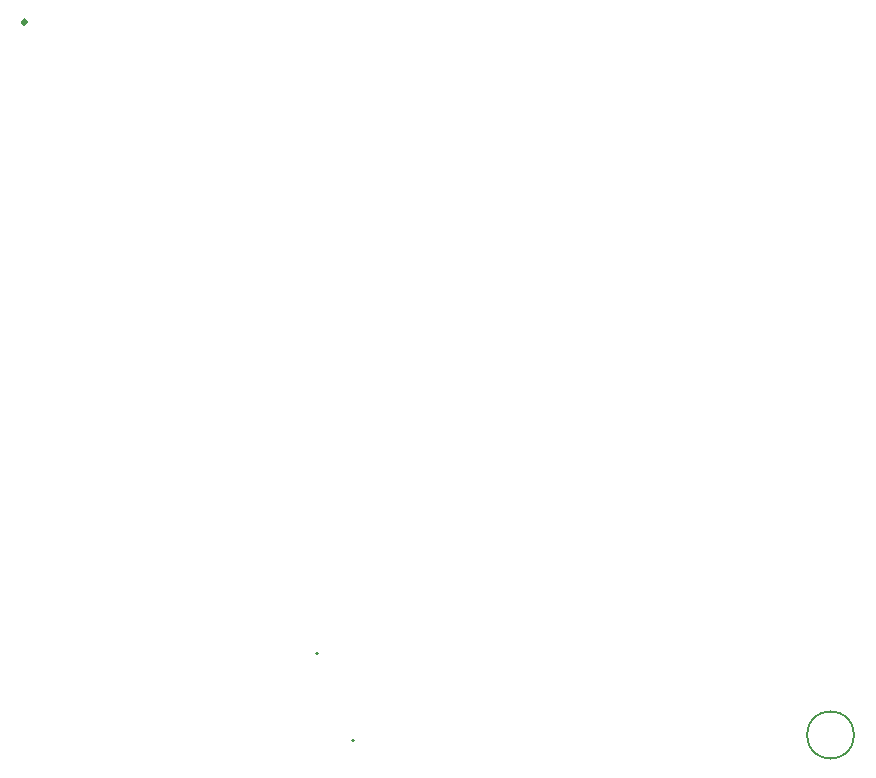
<source format=gbr>
%TF.GenerationSoftware,KiCad,Pcbnew,8.0.1*%
%TF.CreationDate,2024-06-25T00:34:50+02:00*%
%TF.ProjectId,Lichtstab,4c696368-7473-4746-9162-2e6b69636164,rev?*%
%TF.SameCoordinates,Original*%
%TF.FileFunction,Other,Comment*%
%FSLAX46Y46*%
G04 Gerber Fmt 4.6, Leading zero omitted, Abs format (unit mm)*
G04 Created by KiCad (PCBNEW 8.0.1) date 2024-06-25 00:34:50*
%MOMM*%
%LPD*%
G01*
G04 APERTURE LIST*
%ADD10C,0.300000*%
%ADD11C,0.150000*%
G04 APERTURE END LIST*
D10*
%TO.C,L1*%
X98600000Y-74050000D02*
G75*
G02*
X98300000Y-74050000I-150000J0D01*
G01*
X98300000Y-74050000D02*
G75*
G02*
X98600000Y-74050000I150000J0D01*
G01*
D11*
%TO.C,U15*%
X123270000Y-127500000D02*
G75*
G02*
X123130000Y-127500000I-70000J0D01*
G01*
X123130000Y-127500000D02*
G75*
G02*
X123270000Y-127500000I70000J0D01*
G01*
%TO.C,U12*%
X126360000Y-134870000D02*
G75*
G02*
X126220000Y-134870000I-70000J0D01*
G01*
X126220000Y-134870000D02*
G75*
G02*
X126360000Y-134870000I70000J0D01*
G01*
%TO.C,REF\u002A\u002A*%
X168700000Y-134400000D02*
G75*
G02*
X164700000Y-134400000I-2000000J0D01*
G01*
X164700000Y-134400000D02*
G75*
G02*
X168700000Y-134400000I2000000J0D01*
G01*
%TD*%
M02*

</source>
